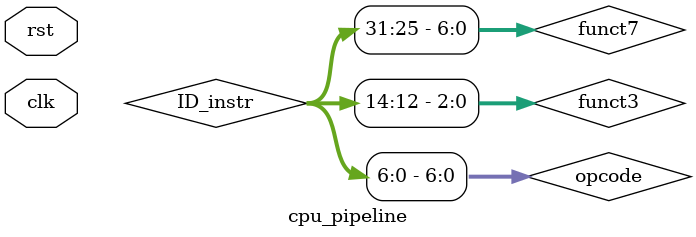
<source format=v>
module cpu_pipeline(
    input clk,
    input rst
);

    // ---------------- IF STAGE ----------------
    reg [63:0] IF_PC;
    wire [31:0] IF_instr;

    instr_mem IM(.addr(IF_PC), .instr(IF_instr));

    wire [63:0] IF_PC_next = IF_PC + 4;

    // IF/ID Pipeline Register
    reg [63:0] ID_PC;
    reg [31:0] ID_instr;
    always @(posedge clk or posedge rst) begin
        if (rst) begin
            ID_PC <= 0;
            ID_instr <= 0;
        end else begin
            ID_PC <= IF_PC;
            ID_instr <= IF_instr;
        end
    end

    // ---------------- ID STAGE ----------------
    wire [6:0] opcode = ID_instr[6:0];
    wire [2:0] funct3 = ID_instr[14:12];
    wire [6:0] funct7 = ID_instr[31:25];

    // Control signals
    wire RegWrite, MemRead, MemWrite, ALUSrc, MemToReg, Branch, Jump;
    wire [3:0] ALUControl;

    CUpALUControl CU(
        .opcode(opcode),
        .funct3(funct3),
        .funct7(funct7),
        .RegWrite(RegWrite),
        .MemRead(MemRead),
        .MemWrite(MemWrite),
        .ALUSrc(ALUSrc),
        .MemToReg(MemToReg),
        .Branch(Branch),
        .Jump(Jump),
        .ALUControl(ALUControl)
    );

    // Register file
    wire [63:0] ID_reg_rdata1, ID_reg_rdata2;
    RegisterFile RF(
        .clk(clk),
        .we(RegWrite),
        .rs1(ID_instr[19:15]),
        .rs2(ID_instr[24:20]),
        .rd(ID_instr[11:7]),
        .wd(64'd0), // WB stage will write data later
        .rd1(ID_reg_rdata1),
        .rd2(ID_reg_rdata2)
    );

    // Immediate
    wire [63:0] ID_imm;
    ImmGen IMM(
        .instr(ID_instr),
        .imm(ID_imm)
    );

    // ---------------- ID/EX PIPE ----------------
    reg [63:0] EX_reg_rdata1, EX_reg_rdata2, EX_imm, EX_PC;
    reg [3:0] EX_ALUControl;
    reg EX_ALUSrc, EX_RegWrite, EX_MemRead, EX_MemWrite, EX_MemToReg, EX_Branch, EX_Jump;

    always @(posedge clk or posedge rst) begin
        if (rst) begin
            EX_reg_rdata1 <= 0;
            EX_reg_rdata2 <= 0;
            EX_imm <= 0;
            EX_PC <= 0;
            EX_ALUControl <= 0;
            EX_ALUSrc <= 0;
            EX_RegWrite <= 0;
            EX_MemRead <= 0;
            EX_MemWrite <= 0;
            EX_MemToReg <= 0;
            EX_Branch <= 0;
            EX_Jump <= 0;
        end else begin
            EX_reg_rdata1 <= ID_reg_rdata1;
            EX_reg_rdata2 <= ID_reg_rdata2;
            EX_imm <= ID_imm;
            EX_PC <= ID_PC;
            EX_ALUControl <= ALUControl;
            EX_ALUSrc <= ALUSrc;
            EX_RegWrite <= RegWrite;
            EX_MemRead <= MemRead;
            EX_MemWrite <= MemWrite;
            EX_MemToReg <= MemToReg;
            EX_Branch <= Branch;
            EX_Jump <= Jump;
        end
    end

    // ---------------- EX STAGE ----------------
    wire [63:0] EX_alu_in2 = EX_ALUSrc ? EX_imm : EX_reg_rdata2;
    wire [63:0] EX_alu_result;
    wire EX_alu_zero;

    ALU EX_ALU(
        .A(EX_reg_rdata1),
        .B(EX_alu_in2),
        .ALUControl(EX_ALUControl),
        .Result(EX_alu_result),
        .Zero(EX_alu_zero)
    );

    // ---------------- EX/MEM PIPE ----------------
    reg [63:0] MEM_alu_result, MEM_reg_rdata2;
    reg MEM_RegWrite, MEM_MemRead, MEM_MemWrite, MEM_MemToReg, MEM_Branch, MEM_Jump;
    reg [63:0] MEM_PC;

    always @(posedge clk or posedge rst) begin
        if (rst) begin
            MEM_alu_result <= 0;
            MEM_reg_rdata2 <= 0;
            MEM_RegWrite <= 0;
            MEM_MemRead <= 0;
            MEM_MemWrite <= 0;
            MEM_MemToReg <= 0;
            MEM_Branch <= 0;
            MEM_Jump <= 0;
            MEM_PC <= 0;
        end else begin
            MEM_alu_result <= EX_alu_result;
            MEM_reg_rdata2 <= EX_reg_rdata2;
            MEM_RegWrite <= EX_RegWrite;
            MEM_MemRead <= EX_MemRead;
            MEM_MemWrite <= EX_MemWrite;
            MEM_MemToReg <= EX_MemToReg;
            MEM_Branch <= EX_Branch;
            MEM_Jump <= EX_Jump;
            MEM_PC <= EX_PC;
        end
    end

    // ---------------- MEM STAGE ----------------
    wire [63:0] MEM_mem_rdata;
    data_mem MEM_DM(
        .clk(clk),
        .MemWrite(MEM_MemWrite),
        .MemRead(MEM_MemRead),
        .addr(MEM_alu_result),
        .write_data(MEM_reg_rdata2),
        .read_data(MEM_mem_rdata)
    );

    // ---------------- MEM/WB PIPE ----------------
    reg [63:0] WB_alu_result, WB_mem_rdata;
    reg WB_RegWrite, WB_MemToReg;
    reg [4:0] WB_rd;

    always @(posedge clk or posedge rst) begin
        if (rst) begin
            WB_alu_result <= 0;
            WB_mem_rdata <= 0;
            WB_RegWrite <= 0;
            WB_MemToReg <= 0;
            WB_rd <= 0;
        end else begin
            WB_alu_result <= MEM_alu_result;
            WB_mem_rdata <= MEM_mem_rdata;
            WB_RegWrite <= MEM_RegWrite;
            WB_MemToReg <= MEM_MemToReg;
            WB_rd <= ID_instr[11:7]; // naive WB destination
        end
    end

    // ---------------- WRITE BACK ----------------
    wire [63:0] WB_write_data = WB_MemToReg ? WB_mem_rdata : WB_alu_result;
    // Here you would connect WB_write_data to RegisterFile
    // This is simplified; full forwarding not implemented

    // ---------------- PC UPDATE ----------------
    always @(posedge clk or posedge rst) begin
        if (rst)
            IF_PC <= 0;
        else
            IF_PC <= IF_PC_next; // naive PC update, ignoring branches for simplicity
    end

endmodule

</source>
